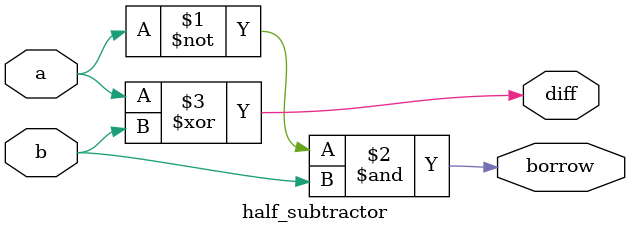
<source format=v>
module half_subtractor(a, b, diff, borrow);
input a;
input b;
output diff;
output borrow;
assign borrow=(~a)&b;                           
assign diff=a^b;                             
endmodule

</source>
